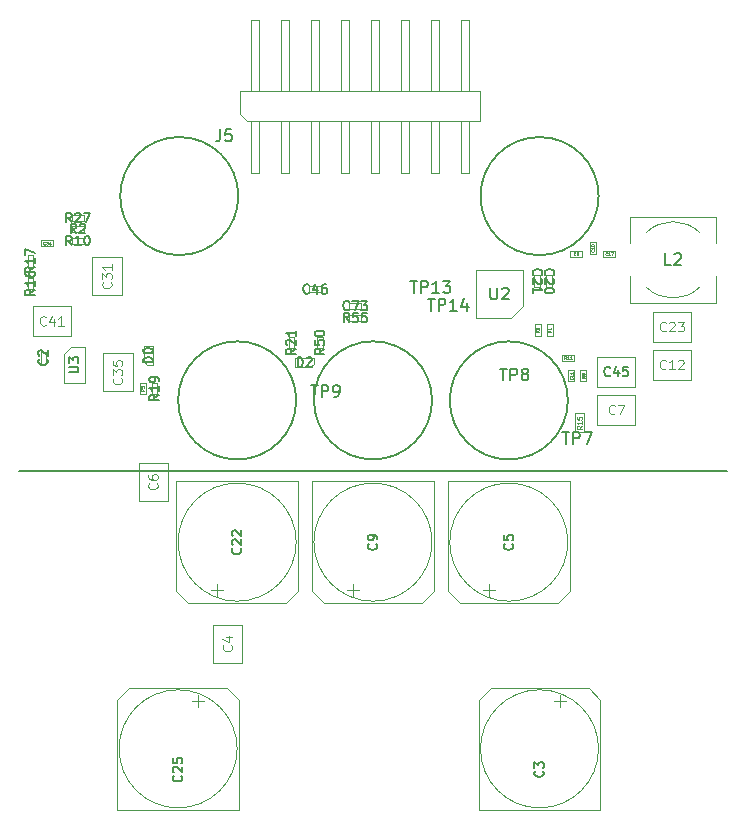
<source format=gbr>
G04 #@! TF.GenerationSoftware,KiCad,Pcbnew,5.99.0-unknown-dd374e12a~102~ubuntu20.04.1*
G04 #@! TF.CreationDate,2020-12-05T09:27:29-08:00*
G04 #@! TF.ProjectId,BLDC,424c4443-2e6b-4696-9361-645f70636258,rev?*
G04 #@! TF.SameCoordinates,Original*
G04 #@! TF.FileFunction,AssemblyDrawing,Top*
%FSLAX46Y46*%
G04 Gerber Fmt 4.6, Leading zero omitted, Abs format (unit mm)*
G04 Created by KiCad (PCBNEW 5.99.0-unknown-dd374e12a~102~ubuntu20.04.1) date 2020-12-05 09:27:29*
%MOMM*%
%LPD*%
G01*
G04 APERTURE LIST*
%ADD10C,0.200000*%
%ADD11C,0.150000*%
%ADD12C,0.040000*%
%ADD13C,0.120000*%
%ADD14C,0.060000*%
%ADD15C,0.100000*%
G04 APERTURE END LIST*
D10*
X167600000Y-81700000D02*
G75*
G03*
X167600000Y-81700000I-5000000J0D01*
G01*
X165000000Y-99000000D02*
G75*
G03*
X165000000Y-99000000I-5000000J0D01*
G01*
X153500000Y-99000000D02*
G75*
G03*
X153500000Y-99000000I-5000000J0D01*
G01*
X142000000Y-99000000D02*
G75*
G03*
X142000000Y-99000000I-5000000J0D01*
G01*
D11*
X118500000Y-105000000D02*
X178500000Y-105000000D01*
D10*
X137100000Y-81700000D02*
G75*
G03*
X137100000Y-81700000I-5000000J0D01*
G01*
D11*
X146485714Y-92361904D02*
X146219047Y-91980952D01*
X146028571Y-92361904D02*
X146028571Y-91561904D01*
X146333333Y-91561904D01*
X146409523Y-91600000D01*
X146447619Y-91638095D01*
X146485714Y-91714285D01*
X146485714Y-91828571D01*
X146447619Y-91904761D01*
X146409523Y-91942857D01*
X146333333Y-91980952D01*
X146028571Y-91980952D01*
X147209523Y-91561904D02*
X146828571Y-91561904D01*
X146790476Y-91942857D01*
X146828571Y-91904761D01*
X146904761Y-91866666D01*
X147095238Y-91866666D01*
X147171428Y-91904761D01*
X147209523Y-91942857D01*
X147247619Y-92019047D01*
X147247619Y-92209523D01*
X147209523Y-92285714D01*
X147171428Y-92323809D01*
X147095238Y-92361904D01*
X146904761Y-92361904D01*
X146828571Y-92323809D01*
X146790476Y-92285714D01*
X147971428Y-91561904D02*
X147590476Y-91561904D01*
X147552380Y-91942857D01*
X147590476Y-91904761D01*
X147666666Y-91866666D01*
X147857142Y-91866666D01*
X147933333Y-91904761D01*
X147971428Y-91942857D01*
X148009523Y-92019047D01*
X148009523Y-92209523D01*
X147971428Y-92285714D01*
X147933333Y-92323809D01*
X147857142Y-92361904D01*
X147666666Y-92361904D01*
X147590476Y-92323809D01*
X147552380Y-92285714D01*
X146485714Y-91306994D02*
X146447619Y-91345089D01*
X146333333Y-91383184D01*
X146257142Y-91383184D01*
X146142857Y-91345089D01*
X146066666Y-91268899D01*
X146028571Y-91192708D01*
X145990476Y-91040327D01*
X145990476Y-90926041D01*
X146028571Y-90773660D01*
X146066666Y-90697470D01*
X146142857Y-90621280D01*
X146257142Y-90583184D01*
X146333333Y-90583184D01*
X146447619Y-90621280D01*
X146485714Y-90659375D01*
X146752380Y-90583184D02*
X147285714Y-90583184D01*
X146942857Y-91383184D01*
X147514285Y-90583184D02*
X148009523Y-90583184D01*
X147742857Y-90887946D01*
X147857142Y-90887946D01*
X147933333Y-90926041D01*
X147971428Y-90964137D01*
X148009523Y-91040327D01*
X148009523Y-91230803D01*
X147971428Y-91306994D01*
X147933333Y-91345089D01*
X147857142Y-91383184D01*
X147628571Y-91383184D01*
X147552380Y-91345089D01*
X147514285Y-91306994D01*
X122761904Y-96609523D02*
X123409523Y-96609523D01*
X123485714Y-96571428D01*
X123523809Y-96533333D01*
X123561904Y-96457142D01*
X123561904Y-96304761D01*
X123523809Y-96228571D01*
X123485714Y-96190476D01*
X123409523Y-96152380D01*
X122761904Y-96152380D01*
X122761904Y-95847619D02*
X122761904Y-95352380D01*
X123066666Y-95619047D01*
X123066666Y-95504761D01*
X123104761Y-95428571D01*
X123142857Y-95390476D01*
X123219047Y-95352380D01*
X123409523Y-95352380D01*
X123485714Y-95390476D01*
X123523809Y-95428571D01*
X123561904Y-95504761D01*
X123561904Y-95733333D01*
X123523809Y-95809523D01*
X123485714Y-95847619D01*
X129861904Y-95790476D02*
X129061904Y-95790476D01*
X129061904Y-95600000D01*
X129100000Y-95485714D01*
X129176190Y-95409523D01*
X129252380Y-95371428D01*
X129404761Y-95333333D01*
X129519047Y-95333333D01*
X129671428Y-95371428D01*
X129747619Y-95409523D01*
X129823809Y-95485714D01*
X129861904Y-95600000D01*
X129861904Y-95790476D01*
X129061904Y-94838095D02*
X129061904Y-94761904D01*
X129100000Y-94685714D01*
X129138095Y-94647619D01*
X129214285Y-94609523D01*
X129366666Y-94571428D01*
X129557142Y-94571428D01*
X129709523Y-94609523D01*
X129785714Y-94647619D01*
X129823809Y-94685714D01*
X129861904Y-94761904D01*
X129861904Y-94838095D01*
X129823809Y-94914285D01*
X129785714Y-94952380D01*
X129709523Y-94990476D01*
X129557142Y-95028571D01*
X129366666Y-95028571D01*
X129214285Y-94990476D01*
X129138095Y-94952380D01*
X129100000Y-94914285D01*
X129061904Y-94838095D01*
X130361904Y-98514285D02*
X129980952Y-98780952D01*
X130361904Y-98971428D02*
X129561904Y-98971428D01*
X129561904Y-98666666D01*
X129600000Y-98590476D01*
X129638095Y-98552380D01*
X129714285Y-98514285D01*
X129828571Y-98514285D01*
X129904761Y-98552380D01*
X129942857Y-98590476D01*
X129980952Y-98666666D01*
X129980952Y-98971428D01*
X130361904Y-97752380D02*
X130361904Y-98209523D01*
X130361904Y-97980952D02*
X129561904Y-97980952D01*
X129676190Y-98057142D01*
X129752380Y-98133333D01*
X129790476Y-98209523D01*
X130361904Y-97371428D02*
X130361904Y-97219047D01*
X130323809Y-97142857D01*
X130285714Y-97104761D01*
X130171428Y-97028571D01*
X130019047Y-96990476D01*
X129714285Y-96990476D01*
X129638095Y-97028571D01*
X129600000Y-97066666D01*
X129561904Y-97142857D01*
X129561904Y-97295238D01*
X129600000Y-97371428D01*
X129638095Y-97409523D01*
X129714285Y-97447619D01*
X129904761Y-97447619D01*
X129980952Y-97409523D01*
X130019047Y-97371428D01*
X130057142Y-97295238D01*
X130057142Y-97142857D01*
X130019047Y-97066666D01*
X129980952Y-97028571D01*
X129904761Y-96990476D01*
X132285714Y-130764285D02*
X132323809Y-130802380D01*
X132361904Y-130916666D01*
X132361904Y-130992857D01*
X132323809Y-131107142D01*
X132247619Y-131183333D01*
X132171428Y-131221428D01*
X132019047Y-131259523D01*
X131904761Y-131259523D01*
X131752380Y-131221428D01*
X131676190Y-131183333D01*
X131600000Y-131107142D01*
X131561904Y-130992857D01*
X131561904Y-130916666D01*
X131600000Y-130802380D01*
X131638095Y-130764285D01*
X131638095Y-130459523D02*
X131600000Y-130421428D01*
X131561904Y-130345238D01*
X131561904Y-130154761D01*
X131600000Y-130078571D01*
X131638095Y-130040476D01*
X131714285Y-130002380D01*
X131790476Y-130002380D01*
X131904761Y-130040476D01*
X132361904Y-130497619D01*
X132361904Y-130002380D01*
X131561904Y-129278571D02*
X131561904Y-129659523D01*
X131942857Y-129697619D01*
X131904761Y-129659523D01*
X131866666Y-129583333D01*
X131866666Y-129392857D01*
X131904761Y-129316666D01*
X131942857Y-129278571D01*
X132019047Y-129240476D01*
X132209523Y-129240476D01*
X132285714Y-129278571D01*
X132323809Y-129316666D01*
X132361904Y-129392857D01*
X132361904Y-129583333D01*
X132323809Y-129659523D01*
X132285714Y-129697619D01*
X137285714Y-111514285D02*
X137323809Y-111552380D01*
X137361904Y-111666666D01*
X137361904Y-111742857D01*
X137323809Y-111857142D01*
X137247619Y-111933333D01*
X137171428Y-111971428D01*
X137019047Y-112009523D01*
X136904761Y-112009523D01*
X136752380Y-111971428D01*
X136676190Y-111933333D01*
X136600000Y-111857142D01*
X136561904Y-111742857D01*
X136561904Y-111666666D01*
X136600000Y-111552380D01*
X136638095Y-111514285D01*
X136638095Y-111209523D02*
X136600000Y-111171428D01*
X136561904Y-111095238D01*
X136561904Y-110904761D01*
X136600000Y-110828571D01*
X136638095Y-110790476D01*
X136714285Y-110752380D01*
X136790476Y-110752380D01*
X136904761Y-110790476D01*
X137361904Y-111247619D01*
X137361904Y-110752380D01*
X136638095Y-110447619D02*
X136600000Y-110409523D01*
X136561904Y-110333333D01*
X136561904Y-110142857D01*
X136600000Y-110066666D01*
X136638095Y-110028571D01*
X136714285Y-109990476D01*
X136790476Y-109990476D01*
X136904761Y-110028571D01*
X137361904Y-110485714D01*
X137361904Y-109990476D01*
X160285714Y-111133333D02*
X160323809Y-111171428D01*
X160361904Y-111285714D01*
X160361904Y-111361904D01*
X160323809Y-111476190D01*
X160247619Y-111552380D01*
X160171428Y-111590476D01*
X160019047Y-111628571D01*
X159904761Y-111628571D01*
X159752380Y-111590476D01*
X159676190Y-111552380D01*
X159600000Y-111476190D01*
X159561904Y-111361904D01*
X159561904Y-111285714D01*
X159600000Y-111171428D01*
X159638095Y-111133333D01*
X159561904Y-110409523D02*
X159561904Y-110790476D01*
X159942857Y-110828571D01*
X159904761Y-110790476D01*
X159866666Y-110714285D01*
X159866666Y-110523809D01*
X159904761Y-110447619D01*
X159942857Y-110409523D01*
X160019047Y-110371428D01*
X160209523Y-110371428D01*
X160285714Y-110409523D01*
X160323809Y-110447619D01*
X160361904Y-110523809D01*
X160361904Y-110714285D01*
X160323809Y-110790476D01*
X160285714Y-110828571D01*
X120885714Y-95533333D02*
X120923809Y-95571428D01*
X120961904Y-95685714D01*
X120961904Y-95761904D01*
X120923809Y-95876190D01*
X120847619Y-95952380D01*
X120771428Y-95990476D01*
X120619047Y-96028571D01*
X120504761Y-96028571D01*
X120352380Y-95990476D01*
X120276190Y-95952380D01*
X120200000Y-95876190D01*
X120161904Y-95761904D01*
X120161904Y-95685714D01*
X120200000Y-95571428D01*
X120238095Y-95533333D01*
X120238095Y-95228571D02*
X120200000Y-95190476D01*
X120161904Y-95114285D01*
X120161904Y-94923809D01*
X120200000Y-94847619D01*
X120238095Y-94809523D01*
X120314285Y-94771428D01*
X120390476Y-94771428D01*
X120504761Y-94809523D01*
X120961904Y-95266666D01*
X120961904Y-94771428D01*
X162885714Y-130383333D02*
X162923809Y-130421428D01*
X162961904Y-130535714D01*
X162961904Y-130611904D01*
X162923809Y-130726190D01*
X162847619Y-130802380D01*
X162771428Y-130840476D01*
X162619047Y-130878571D01*
X162504761Y-130878571D01*
X162352380Y-130840476D01*
X162276190Y-130802380D01*
X162200000Y-130726190D01*
X162161904Y-130611904D01*
X162161904Y-130535714D01*
X162200000Y-130421428D01*
X162238095Y-130383333D01*
X162161904Y-130116666D02*
X162161904Y-129621428D01*
X162466666Y-129888095D01*
X162466666Y-129773809D01*
X162504761Y-129697619D01*
X162542857Y-129659523D01*
X162619047Y-129621428D01*
X162809523Y-129621428D01*
X162885714Y-129659523D01*
X162923809Y-129697619D01*
X162961904Y-129773809D01*
X162961904Y-130002380D01*
X162923809Y-130078571D01*
X162885714Y-130116666D01*
X123366666Y-84861904D02*
X123100000Y-84480952D01*
X122909523Y-84861904D02*
X122909523Y-84061904D01*
X123214285Y-84061904D01*
X123290476Y-84100000D01*
X123328571Y-84138095D01*
X123366666Y-84214285D01*
X123366666Y-84328571D01*
X123328571Y-84404761D01*
X123290476Y-84442857D01*
X123214285Y-84480952D01*
X122909523Y-84480952D01*
X123671428Y-84138095D02*
X123709523Y-84100000D01*
X123785714Y-84061904D01*
X123976190Y-84061904D01*
X124052380Y-84100000D01*
X124090476Y-84138095D01*
X124128571Y-84214285D01*
X124128571Y-84290476D01*
X124090476Y-84404761D01*
X123633333Y-84861904D01*
X124128571Y-84861904D01*
X122985714Y-83901624D02*
X122719047Y-83520672D01*
X122528571Y-83901624D02*
X122528571Y-83101624D01*
X122833333Y-83101624D01*
X122909523Y-83139720D01*
X122947619Y-83177815D01*
X122985714Y-83254005D01*
X122985714Y-83368291D01*
X122947619Y-83444481D01*
X122909523Y-83482577D01*
X122833333Y-83520672D01*
X122528571Y-83520672D01*
X123290476Y-83177815D02*
X123328571Y-83139720D01*
X123404761Y-83101624D01*
X123595238Y-83101624D01*
X123671428Y-83139720D01*
X123709523Y-83177815D01*
X123747619Y-83254005D01*
X123747619Y-83330196D01*
X123709523Y-83444481D01*
X123252380Y-83901624D01*
X123747619Y-83901624D01*
X124014285Y-83101624D02*
X124547619Y-83101624D01*
X124204761Y-83901624D01*
X122985714Y-85861904D02*
X122719047Y-85480952D01*
X122528571Y-85861904D02*
X122528571Y-85061904D01*
X122833333Y-85061904D01*
X122909523Y-85100000D01*
X122947619Y-85138095D01*
X122985714Y-85214285D01*
X122985714Y-85328571D01*
X122947619Y-85404761D01*
X122909523Y-85442857D01*
X122833333Y-85480952D01*
X122528571Y-85480952D01*
X123747619Y-85861904D02*
X123290476Y-85861904D01*
X123519047Y-85861904D02*
X123519047Y-85061904D01*
X123442857Y-85176190D01*
X123366666Y-85252380D01*
X123290476Y-85290476D01*
X124242857Y-85061904D02*
X124319047Y-85061904D01*
X124395238Y-85100000D01*
X124433333Y-85138095D01*
X124471428Y-85214285D01*
X124509523Y-85366666D01*
X124509523Y-85557142D01*
X124471428Y-85709523D01*
X124433333Y-85785714D01*
X124395238Y-85823809D01*
X124319047Y-85861904D01*
X124242857Y-85861904D01*
X124166666Y-85823809D01*
X124128571Y-85785714D01*
X124090476Y-85709523D01*
X124052380Y-85557142D01*
X124052380Y-85366666D01*
X124090476Y-85214285D01*
X124128571Y-85138095D01*
X124166666Y-85100000D01*
X124242857Y-85061904D01*
X148785714Y-111133333D02*
X148823809Y-111171428D01*
X148861904Y-111285714D01*
X148861904Y-111361904D01*
X148823809Y-111476190D01*
X148747619Y-111552380D01*
X148671428Y-111590476D01*
X148519047Y-111628571D01*
X148404761Y-111628571D01*
X148252380Y-111590476D01*
X148176190Y-111552380D01*
X148100000Y-111476190D01*
X148061904Y-111361904D01*
X148061904Y-111285714D01*
X148100000Y-111171428D01*
X148138095Y-111133333D01*
X148861904Y-110752380D02*
X148861904Y-110600000D01*
X148823809Y-110523809D01*
X148785714Y-110485714D01*
X148671428Y-110409523D01*
X148519047Y-110371428D01*
X148214285Y-110371428D01*
X148138095Y-110409523D01*
X148100000Y-110447619D01*
X148061904Y-110523809D01*
X148061904Y-110676190D01*
X148100000Y-110752380D01*
X148138095Y-110790476D01*
X148214285Y-110828571D01*
X148404761Y-110828571D01*
X148480952Y-110790476D01*
X148519047Y-110752380D01*
X148557142Y-110676190D01*
X148557142Y-110523809D01*
X148519047Y-110447619D01*
X148480952Y-110409523D01*
X148404761Y-110371428D01*
X119861904Y-89614285D02*
X119480952Y-89880952D01*
X119861904Y-90071428D02*
X119061904Y-90071428D01*
X119061904Y-89766666D01*
X119100000Y-89690476D01*
X119138095Y-89652380D01*
X119214285Y-89614285D01*
X119328571Y-89614285D01*
X119404761Y-89652380D01*
X119442857Y-89690476D01*
X119480952Y-89766666D01*
X119480952Y-90071428D01*
X119861904Y-88852380D02*
X119861904Y-89309523D01*
X119861904Y-89080952D02*
X119061904Y-89080952D01*
X119176190Y-89157142D01*
X119252380Y-89233333D01*
X119290476Y-89309523D01*
X119061904Y-88166666D02*
X119061904Y-88319047D01*
X119100000Y-88395238D01*
X119138095Y-88433333D01*
X119252380Y-88509523D01*
X119404761Y-88547619D01*
X119709523Y-88547619D01*
X119785714Y-88509523D01*
X119823809Y-88471428D01*
X119861904Y-88395238D01*
X119861904Y-88242857D01*
X119823809Y-88166666D01*
X119785714Y-88128571D01*
X119709523Y-88090476D01*
X119519047Y-88090476D01*
X119442857Y-88128571D01*
X119404761Y-88166666D01*
X119366666Y-88242857D01*
X119366666Y-88395238D01*
X119404761Y-88471428D01*
X119442857Y-88509523D01*
X119519047Y-88547619D01*
D12*
X120739285Y-85789285D02*
X120727380Y-85801190D01*
X120691666Y-85813095D01*
X120667857Y-85813095D01*
X120632142Y-85801190D01*
X120608333Y-85777380D01*
X120596428Y-85753571D01*
X120584523Y-85705952D01*
X120584523Y-85670238D01*
X120596428Y-85622619D01*
X120608333Y-85598809D01*
X120632142Y-85575000D01*
X120667857Y-85563095D01*
X120691666Y-85563095D01*
X120727380Y-85575000D01*
X120739285Y-85586904D01*
X120822619Y-85563095D02*
X120977380Y-85563095D01*
X120894047Y-85658333D01*
X120929761Y-85658333D01*
X120953571Y-85670238D01*
X120965476Y-85682142D01*
X120977380Y-85705952D01*
X120977380Y-85765476D01*
X120965476Y-85789285D01*
X120953571Y-85801190D01*
X120929761Y-85813095D01*
X120858333Y-85813095D01*
X120834523Y-85801190D01*
X120822619Y-85789285D01*
X121191666Y-85646428D02*
X121191666Y-85813095D01*
X121132142Y-85551190D02*
X121072619Y-85729761D01*
X121227380Y-85729761D01*
D11*
X119861904Y-87714285D02*
X119480952Y-87980952D01*
X119861904Y-88171428D02*
X119061904Y-88171428D01*
X119061904Y-87866666D01*
X119100000Y-87790476D01*
X119138095Y-87752380D01*
X119214285Y-87714285D01*
X119328571Y-87714285D01*
X119404761Y-87752380D01*
X119442857Y-87790476D01*
X119480952Y-87866666D01*
X119480952Y-88171428D01*
X119861904Y-86952380D02*
X119861904Y-87409523D01*
X119861904Y-87180952D02*
X119061904Y-87180952D01*
X119176190Y-87257142D01*
X119252380Y-87333333D01*
X119290476Y-87409523D01*
X119061904Y-86685714D02*
X119061904Y-86152380D01*
X119861904Y-86495238D01*
D13*
X126285714Y-89014285D02*
X126323809Y-89052380D01*
X126361904Y-89166666D01*
X126361904Y-89242857D01*
X126323809Y-89357142D01*
X126247619Y-89433333D01*
X126171428Y-89471428D01*
X126019047Y-89509523D01*
X125904761Y-89509523D01*
X125752380Y-89471428D01*
X125676190Y-89433333D01*
X125600000Y-89357142D01*
X125561904Y-89242857D01*
X125561904Y-89166666D01*
X125600000Y-89052380D01*
X125638095Y-89014285D01*
X125561904Y-88747619D02*
X125561904Y-88252380D01*
X125866666Y-88519047D01*
X125866666Y-88404761D01*
X125904761Y-88328571D01*
X125942857Y-88290476D01*
X126019047Y-88252380D01*
X126209523Y-88252380D01*
X126285714Y-88290476D01*
X126323809Y-88328571D01*
X126361904Y-88404761D01*
X126361904Y-88633333D01*
X126323809Y-88709523D01*
X126285714Y-88747619D01*
X126361904Y-87490476D02*
X126361904Y-87947619D01*
X126361904Y-87719047D02*
X125561904Y-87719047D01*
X125676190Y-87795238D01*
X125752380Y-87871428D01*
X125790476Y-87947619D01*
X120785714Y-92585714D02*
X120747619Y-92623809D01*
X120633333Y-92661904D01*
X120557142Y-92661904D01*
X120442857Y-92623809D01*
X120366666Y-92547619D01*
X120328571Y-92471428D01*
X120290476Y-92319047D01*
X120290476Y-92204761D01*
X120328571Y-92052380D01*
X120366666Y-91976190D01*
X120442857Y-91900000D01*
X120557142Y-91861904D01*
X120633333Y-91861904D01*
X120747619Y-91900000D01*
X120785714Y-91938095D01*
X121471428Y-92128571D02*
X121471428Y-92661904D01*
X121280952Y-91823809D02*
X121090476Y-92395238D01*
X121585714Y-92395238D01*
X122309523Y-92661904D02*
X121852380Y-92661904D01*
X122080952Y-92661904D02*
X122080952Y-91861904D01*
X122004761Y-91976190D01*
X121928571Y-92052380D01*
X121852380Y-92090476D01*
X173285714Y-96285714D02*
X173247619Y-96323809D01*
X173133333Y-96361904D01*
X173057142Y-96361904D01*
X172942857Y-96323809D01*
X172866666Y-96247619D01*
X172828571Y-96171428D01*
X172790476Y-96019047D01*
X172790476Y-95904761D01*
X172828571Y-95752380D01*
X172866666Y-95676190D01*
X172942857Y-95600000D01*
X173057142Y-95561904D01*
X173133333Y-95561904D01*
X173247619Y-95600000D01*
X173285714Y-95638095D01*
X174047619Y-96361904D02*
X173590476Y-96361904D01*
X173819047Y-96361904D02*
X173819047Y-95561904D01*
X173742857Y-95676190D01*
X173666666Y-95752380D01*
X173590476Y-95790476D01*
X174352380Y-95638095D02*
X174390476Y-95600000D01*
X174466666Y-95561904D01*
X174657142Y-95561904D01*
X174733333Y-95600000D01*
X174771428Y-95638095D01*
X174809523Y-95714285D01*
X174809523Y-95790476D01*
X174771428Y-95904761D01*
X174314285Y-96361904D01*
X174809523Y-96361904D01*
D11*
X168585714Y-96885714D02*
X168547619Y-96923809D01*
X168433333Y-96961904D01*
X168357142Y-96961904D01*
X168242857Y-96923809D01*
X168166666Y-96847619D01*
X168128571Y-96771428D01*
X168090476Y-96619047D01*
X168090476Y-96504761D01*
X168128571Y-96352380D01*
X168166666Y-96276190D01*
X168242857Y-96200000D01*
X168357142Y-96161904D01*
X168433333Y-96161904D01*
X168547619Y-96200000D01*
X168585714Y-96238095D01*
X169271428Y-96428571D02*
X169271428Y-96961904D01*
X169080952Y-96123809D02*
X168890476Y-96695238D01*
X169385714Y-96695238D01*
X170071428Y-96161904D02*
X169690476Y-96161904D01*
X169652380Y-96542857D01*
X169690476Y-96504761D01*
X169766666Y-96466666D01*
X169957142Y-96466666D01*
X170033333Y-96504761D01*
X170071428Y-96542857D01*
X170109523Y-96619047D01*
X170109523Y-96809523D01*
X170071428Y-96885714D01*
X170033333Y-96923809D01*
X169957142Y-96961904D01*
X169766666Y-96961904D01*
X169690476Y-96923809D01*
X169652380Y-96885714D01*
X173733333Y-87552380D02*
X173257142Y-87552380D01*
X173257142Y-86552380D01*
X174019047Y-86647619D02*
X174066666Y-86600000D01*
X174161904Y-86552380D01*
X174400000Y-86552380D01*
X174495238Y-86600000D01*
X174542857Y-86647619D01*
X174590476Y-86742857D01*
X174590476Y-86838095D01*
X174542857Y-86980952D01*
X173971428Y-87552380D01*
X174590476Y-87552380D01*
D12*
X166413095Y-96941666D02*
X166294047Y-97025000D01*
X166413095Y-97084523D02*
X166163095Y-97084523D01*
X166163095Y-96989285D01*
X166175000Y-96965476D01*
X166186904Y-96953571D01*
X166210714Y-96941666D01*
X166246428Y-96941666D01*
X166270238Y-96953571D01*
X166282142Y-96965476D01*
X166294047Y-96989285D01*
X166294047Y-97084523D01*
X166270238Y-96798809D02*
X166258333Y-96822619D01*
X166246428Y-96834523D01*
X166222619Y-96846428D01*
X166210714Y-96846428D01*
X166186904Y-96834523D01*
X166175000Y-96822619D01*
X166163095Y-96798809D01*
X166163095Y-96751190D01*
X166175000Y-96727380D01*
X166186904Y-96715476D01*
X166210714Y-96703571D01*
X166222619Y-96703571D01*
X166246428Y-96715476D01*
X166258333Y-96727380D01*
X166270238Y-96751190D01*
X166270238Y-96798809D01*
X166282142Y-96822619D01*
X166294047Y-96834523D01*
X166317857Y-96846428D01*
X166365476Y-96846428D01*
X166389285Y-96834523D01*
X166401190Y-96822619D01*
X166413095Y-96798809D01*
X166413095Y-96751190D01*
X166401190Y-96727380D01*
X166389285Y-96715476D01*
X166365476Y-96703571D01*
X166317857Y-96703571D01*
X166294047Y-96715476D01*
X166282142Y-96727380D01*
X166270238Y-96751190D01*
D13*
X136485714Y-119733333D02*
X136523809Y-119771428D01*
X136561904Y-119885714D01*
X136561904Y-119961904D01*
X136523809Y-120076190D01*
X136447619Y-120152380D01*
X136371428Y-120190476D01*
X136219047Y-120228571D01*
X136104761Y-120228571D01*
X135952380Y-120190476D01*
X135876190Y-120152380D01*
X135800000Y-120076190D01*
X135761904Y-119961904D01*
X135761904Y-119885714D01*
X135800000Y-119771428D01*
X135838095Y-119733333D01*
X136028571Y-119047619D02*
X136561904Y-119047619D01*
X135723809Y-119238095D02*
X136295238Y-119428571D01*
X136295238Y-118933333D01*
D11*
X158438095Y-89452380D02*
X158438095Y-90261904D01*
X158485714Y-90357142D01*
X158533333Y-90404761D01*
X158628571Y-90452380D01*
X158819047Y-90452380D01*
X158914285Y-90404761D01*
X158961904Y-90357142D01*
X159009523Y-90261904D01*
X159009523Y-89452380D01*
X159438095Y-89547619D02*
X159485714Y-89500000D01*
X159580952Y-89452380D01*
X159819047Y-89452380D01*
X159914285Y-89500000D01*
X159961904Y-89547619D01*
X160009523Y-89642857D01*
X160009523Y-89738095D01*
X159961904Y-89880952D01*
X159390476Y-90452380D01*
X160009523Y-90452380D01*
X164538095Y-101702380D02*
X165109523Y-101702380D01*
X164823809Y-102702380D02*
X164823809Y-101702380D01*
X165442857Y-102702380D02*
X165442857Y-101702380D01*
X165823809Y-101702380D01*
X165919047Y-101750000D01*
X165966666Y-101797619D01*
X166014285Y-101892857D01*
X166014285Y-102035714D01*
X165966666Y-102130952D01*
X165919047Y-102178571D01*
X165823809Y-102226190D01*
X165442857Y-102226190D01*
X166347619Y-101702380D02*
X167014285Y-101702380D01*
X166585714Y-102702380D01*
X143238095Y-97702380D02*
X143809523Y-97702380D01*
X143523809Y-98702380D02*
X143523809Y-97702380D01*
X144142857Y-98702380D02*
X144142857Y-97702380D01*
X144523809Y-97702380D01*
X144619047Y-97750000D01*
X144666666Y-97797619D01*
X144714285Y-97892857D01*
X144714285Y-98035714D01*
X144666666Y-98130952D01*
X144619047Y-98178571D01*
X144523809Y-98226190D01*
X144142857Y-98226190D01*
X145190476Y-98702380D02*
X145380952Y-98702380D01*
X145476190Y-98654761D01*
X145523809Y-98607142D01*
X145619047Y-98464285D01*
X145666666Y-98273809D01*
X145666666Y-97892857D01*
X145619047Y-97797619D01*
X145571428Y-97750000D01*
X145476190Y-97702380D01*
X145285714Y-97702380D01*
X145190476Y-97750000D01*
X145142857Y-97797619D01*
X145095238Y-97892857D01*
X145095238Y-98130952D01*
X145142857Y-98226190D01*
X145190476Y-98273809D01*
X145285714Y-98321428D01*
X145476190Y-98321428D01*
X145571428Y-98273809D01*
X145619047Y-98226190D01*
X145666666Y-98130952D01*
X151661904Y-88902380D02*
X152233333Y-88902380D01*
X151947619Y-89902380D02*
X151947619Y-88902380D01*
X152566666Y-89902380D02*
X152566666Y-88902380D01*
X152947619Y-88902380D01*
X153042857Y-88950000D01*
X153090476Y-88997619D01*
X153138095Y-89092857D01*
X153138095Y-89235714D01*
X153090476Y-89330952D01*
X153042857Y-89378571D01*
X152947619Y-89426190D01*
X152566666Y-89426190D01*
X154090476Y-89902380D02*
X153519047Y-89902380D01*
X153804761Y-89902380D02*
X153804761Y-88902380D01*
X153709523Y-89045238D01*
X153614285Y-89140476D01*
X153519047Y-89188095D01*
X154423809Y-88902380D02*
X155042857Y-88902380D01*
X154709523Y-89283333D01*
X154852380Y-89283333D01*
X154947619Y-89330952D01*
X154995238Y-89378571D01*
X155042857Y-89473809D01*
X155042857Y-89711904D01*
X154995238Y-89807142D01*
X154947619Y-89854761D01*
X154852380Y-89902380D01*
X154566666Y-89902380D01*
X154471428Y-89854761D01*
X154423809Y-89807142D01*
X153161904Y-90402380D02*
X153733333Y-90402380D01*
X153447619Y-91402380D02*
X153447619Y-90402380D01*
X154066666Y-91402380D02*
X154066666Y-90402380D01*
X154447619Y-90402380D01*
X154542857Y-90450000D01*
X154590476Y-90497619D01*
X154638095Y-90592857D01*
X154638095Y-90735714D01*
X154590476Y-90830952D01*
X154542857Y-90878571D01*
X154447619Y-90926190D01*
X154066666Y-90926190D01*
X155590476Y-91402380D02*
X155019047Y-91402380D01*
X155304761Y-91402380D02*
X155304761Y-90402380D01*
X155209523Y-90545238D01*
X155114285Y-90640476D01*
X155019047Y-90688095D01*
X156447619Y-90735714D02*
X156447619Y-91402380D01*
X156209523Y-90354761D02*
X155971428Y-91069047D01*
X156590476Y-91069047D01*
X159238095Y-96302380D02*
X159809523Y-96302380D01*
X159523809Y-97302380D02*
X159523809Y-96302380D01*
X160142857Y-97302380D02*
X160142857Y-96302380D01*
X160523809Y-96302380D01*
X160619047Y-96350000D01*
X160666666Y-96397619D01*
X160714285Y-96492857D01*
X160714285Y-96635714D01*
X160666666Y-96730952D01*
X160619047Y-96778571D01*
X160523809Y-96826190D01*
X160142857Y-96826190D01*
X161285714Y-96730952D02*
X161190476Y-96683333D01*
X161142857Y-96635714D01*
X161095238Y-96540476D01*
X161095238Y-96492857D01*
X161142857Y-96397619D01*
X161190476Y-96350000D01*
X161285714Y-96302380D01*
X161476190Y-96302380D01*
X161571428Y-96350000D01*
X161619047Y-96397619D01*
X161666666Y-96492857D01*
X161666666Y-96540476D01*
X161619047Y-96635714D01*
X161571428Y-96683333D01*
X161476190Y-96730952D01*
X161285714Y-96730952D01*
X161190476Y-96778571D01*
X161142857Y-96826190D01*
X161095238Y-96921428D01*
X161095238Y-97111904D01*
X161142857Y-97207142D01*
X161190476Y-97254761D01*
X161285714Y-97302380D01*
X161476190Y-97302380D01*
X161571428Y-97254761D01*
X161619047Y-97207142D01*
X161666666Y-97111904D01*
X161666666Y-96921428D01*
X161619047Y-96826190D01*
X161571428Y-96778571D01*
X161476190Y-96730952D01*
X143085714Y-89885714D02*
X143047619Y-89923809D01*
X142933333Y-89961904D01*
X142857142Y-89961904D01*
X142742857Y-89923809D01*
X142666666Y-89847619D01*
X142628571Y-89771428D01*
X142590476Y-89619047D01*
X142590476Y-89504761D01*
X142628571Y-89352380D01*
X142666666Y-89276190D01*
X142742857Y-89200000D01*
X142857142Y-89161904D01*
X142933333Y-89161904D01*
X143047619Y-89200000D01*
X143085714Y-89238095D01*
X143771428Y-89428571D02*
X143771428Y-89961904D01*
X143580952Y-89123809D02*
X143390476Y-89695238D01*
X143885714Y-89695238D01*
X144533333Y-89161904D02*
X144380952Y-89161904D01*
X144304761Y-89200000D01*
X144266666Y-89238095D01*
X144190476Y-89352380D01*
X144152380Y-89504761D01*
X144152380Y-89809523D01*
X144190476Y-89885714D01*
X144228571Y-89923809D01*
X144304761Y-89961904D01*
X144457142Y-89961904D01*
X144533333Y-89923809D01*
X144571428Y-89885714D01*
X144609523Y-89809523D01*
X144609523Y-89619047D01*
X144571428Y-89542857D01*
X144533333Y-89504761D01*
X144457142Y-89466666D01*
X144304761Y-89466666D01*
X144228571Y-89504761D01*
X144190476Y-89542857D01*
X144152380Y-89619047D01*
X144361904Y-94614285D02*
X143980952Y-94880952D01*
X144361904Y-95071428D02*
X143561904Y-95071428D01*
X143561904Y-94766666D01*
X143600000Y-94690476D01*
X143638095Y-94652380D01*
X143714285Y-94614285D01*
X143828571Y-94614285D01*
X143904761Y-94652380D01*
X143942857Y-94690476D01*
X143980952Y-94766666D01*
X143980952Y-95071428D01*
X143561904Y-93890476D02*
X143561904Y-94271428D01*
X143942857Y-94309523D01*
X143904761Y-94271428D01*
X143866666Y-94195238D01*
X143866666Y-94004761D01*
X143904761Y-93928571D01*
X143942857Y-93890476D01*
X144019047Y-93852380D01*
X144209523Y-93852380D01*
X144285714Y-93890476D01*
X144323809Y-93928571D01*
X144361904Y-94004761D01*
X144361904Y-94195238D01*
X144323809Y-94271428D01*
X144285714Y-94309523D01*
X143561904Y-93357142D02*
X143561904Y-93280952D01*
X143600000Y-93204761D01*
X143638095Y-93166666D01*
X143714285Y-93128571D01*
X143866666Y-93090476D01*
X144057142Y-93090476D01*
X144209523Y-93128571D01*
X144285714Y-93166666D01*
X144323809Y-93204761D01*
X144361904Y-93280952D01*
X144361904Y-93357142D01*
X144323809Y-93433333D01*
X144285714Y-93471428D01*
X144209523Y-93509523D01*
X144057142Y-93547619D01*
X143866666Y-93547619D01*
X143714285Y-93509523D01*
X143638095Y-93471428D01*
X143600000Y-93433333D01*
X143561904Y-93357142D01*
X135566666Y-76052380D02*
X135566666Y-76766666D01*
X135519047Y-76909523D01*
X135423809Y-77004761D01*
X135280952Y-77052380D01*
X135185714Y-77052380D01*
X136519047Y-76052380D02*
X136042857Y-76052380D01*
X135995238Y-76528571D01*
X136042857Y-76480952D01*
X136138095Y-76433333D01*
X136376190Y-76433333D01*
X136471428Y-76480952D01*
X136519047Y-76528571D01*
X136566666Y-76623809D01*
X136566666Y-76861904D01*
X136519047Y-76957142D01*
X136471428Y-77004761D01*
X136376190Y-77052380D01*
X136138095Y-77052380D01*
X136042857Y-77004761D01*
X135995238Y-76957142D01*
X141961904Y-94614285D02*
X141580952Y-94880952D01*
X141961904Y-95071428D02*
X141161904Y-95071428D01*
X141161904Y-94766666D01*
X141200000Y-94690476D01*
X141238095Y-94652380D01*
X141314285Y-94614285D01*
X141428571Y-94614285D01*
X141504761Y-94652380D01*
X141542857Y-94690476D01*
X141580952Y-94766666D01*
X141580952Y-95071428D01*
X141238095Y-94309523D02*
X141200000Y-94271428D01*
X141161904Y-94195238D01*
X141161904Y-94004761D01*
X141200000Y-93928571D01*
X141238095Y-93890476D01*
X141314285Y-93852380D01*
X141390476Y-93852380D01*
X141504761Y-93890476D01*
X141961904Y-94347619D01*
X141961904Y-93852380D01*
X141961904Y-93090476D02*
X141961904Y-93547619D01*
X141961904Y-93319047D02*
X141161904Y-93319047D01*
X141276190Y-93395238D01*
X141352380Y-93471428D01*
X141390476Y-93547619D01*
X142109523Y-96161904D02*
X142109523Y-95361904D01*
X142300000Y-95361904D01*
X142414285Y-95400000D01*
X142490476Y-95476190D01*
X142528571Y-95552380D01*
X142566666Y-95704761D01*
X142566666Y-95819047D01*
X142528571Y-95971428D01*
X142490476Y-96047619D01*
X142414285Y-96123809D01*
X142300000Y-96161904D01*
X142109523Y-96161904D01*
X142871428Y-95438095D02*
X142909523Y-95400000D01*
X142985714Y-95361904D01*
X143176190Y-95361904D01*
X143252380Y-95400000D01*
X143290476Y-95438095D01*
X143328571Y-95514285D01*
X143328571Y-95590476D01*
X143290476Y-95704761D01*
X142833333Y-96161904D01*
X143328571Y-96161904D01*
D12*
X129113095Y-98041666D02*
X128994047Y-98125000D01*
X129113095Y-98184523D02*
X128863095Y-98184523D01*
X128863095Y-98089285D01*
X128875000Y-98065476D01*
X128886904Y-98053571D01*
X128910714Y-98041666D01*
X128946428Y-98041666D01*
X128970238Y-98053571D01*
X128982142Y-98065476D01*
X128994047Y-98089285D01*
X128994047Y-98184523D01*
X128863095Y-97815476D02*
X128863095Y-97934523D01*
X128982142Y-97946428D01*
X128970238Y-97934523D01*
X128958333Y-97910714D01*
X128958333Y-97851190D01*
X128970238Y-97827380D01*
X128982142Y-97815476D01*
X129005952Y-97803571D01*
X129065476Y-97803571D01*
X129089285Y-97815476D01*
X129101190Y-97827380D01*
X129113095Y-97851190D01*
X129113095Y-97910714D01*
X129101190Y-97934523D01*
X129089285Y-97946428D01*
D13*
X130185714Y-106033333D02*
X130223809Y-106071428D01*
X130261904Y-106185714D01*
X130261904Y-106261904D01*
X130223809Y-106376190D01*
X130147619Y-106452380D01*
X130071428Y-106490476D01*
X129919047Y-106528571D01*
X129804761Y-106528571D01*
X129652380Y-106490476D01*
X129576190Y-106452380D01*
X129500000Y-106376190D01*
X129461904Y-106261904D01*
X129461904Y-106185714D01*
X129500000Y-106071428D01*
X129538095Y-106033333D01*
X129461904Y-105347619D02*
X129461904Y-105500000D01*
X129500000Y-105576190D01*
X129538095Y-105614285D01*
X129652380Y-105690476D01*
X129804761Y-105728571D01*
X130109523Y-105728571D01*
X130185714Y-105690476D01*
X130223809Y-105652380D01*
X130261904Y-105576190D01*
X130261904Y-105423809D01*
X130223809Y-105347619D01*
X130185714Y-105309523D01*
X130109523Y-105271428D01*
X129919047Y-105271428D01*
X129842857Y-105309523D01*
X129804761Y-105347619D01*
X129766666Y-105423809D01*
X129766666Y-105576190D01*
X129804761Y-105652380D01*
X129842857Y-105690476D01*
X129919047Y-105728571D01*
X168966666Y-100085714D02*
X168928571Y-100123809D01*
X168814285Y-100161904D01*
X168738095Y-100161904D01*
X168623809Y-100123809D01*
X168547619Y-100047619D01*
X168509523Y-99971428D01*
X168471428Y-99819047D01*
X168471428Y-99704761D01*
X168509523Y-99552380D01*
X168547619Y-99476190D01*
X168623809Y-99400000D01*
X168738095Y-99361904D01*
X168814285Y-99361904D01*
X168928571Y-99400000D01*
X168966666Y-99438095D01*
X169233333Y-99361904D02*
X169766666Y-99361904D01*
X169423809Y-100161904D01*
X173285714Y-93085714D02*
X173247619Y-93123809D01*
X173133333Y-93161904D01*
X173057142Y-93161904D01*
X172942857Y-93123809D01*
X172866666Y-93047619D01*
X172828571Y-92971428D01*
X172790476Y-92819047D01*
X172790476Y-92704761D01*
X172828571Y-92552380D01*
X172866666Y-92476190D01*
X172942857Y-92400000D01*
X173057142Y-92361904D01*
X173133333Y-92361904D01*
X173247619Y-92400000D01*
X173285714Y-92438095D01*
X173590476Y-92438095D02*
X173628571Y-92400000D01*
X173704761Y-92361904D01*
X173895238Y-92361904D01*
X173971428Y-92400000D01*
X174009523Y-92438095D01*
X174047619Y-92514285D01*
X174047619Y-92590476D01*
X174009523Y-92704761D01*
X173552380Y-93161904D01*
X174047619Y-93161904D01*
X174314285Y-92361904D02*
X174809523Y-92361904D01*
X174542857Y-92666666D01*
X174657142Y-92666666D01*
X174733333Y-92704761D01*
X174771428Y-92742857D01*
X174809523Y-92819047D01*
X174809523Y-93009523D01*
X174771428Y-93085714D01*
X174733333Y-93123809D01*
X174657142Y-93161904D01*
X174428571Y-93161904D01*
X174352380Y-93123809D01*
X174314285Y-93085714D01*
D12*
X168339285Y-86689285D02*
X168327380Y-86701190D01*
X168291666Y-86713095D01*
X168267857Y-86713095D01*
X168232142Y-86701190D01*
X168208333Y-86677380D01*
X168196428Y-86653571D01*
X168184523Y-86605952D01*
X168184523Y-86570238D01*
X168196428Y-86522619D01*
X168208333Y-86498809D01*
X168232142Y-86475000D01*
X168267857Y-86463095D01*
X168291666Y-86463095D01*
X168327380Y-86475000D01*
X168339285Y-86486904D01*
X168577380Y-86713095D02*
X168434523Y-86713095D01*
X168505952Y-86713095D02*
X168505952Y-86463095D01*
X168482142Y-86498809D01*
X168458333Y-86522619D01*
X168434523Y-86534523D01*
X168660714Y-86463095D02*
X168827380Y-86463095D01*
X168720238Y-86713095D01*
X164839285Y-95513095D02*
X164755952Y-95394047D01*
X164696428Y-95513095D02*
X164696428Y-95263095D01*
X164791666Y-95263095D01*
X164815476Y-95275000D01*
X164827380Y-95286904D01*
X164839285Y-95310714D01*
X164839285Y-95346428D01*
X164827380Y-95370238D01*
X164815476Y-95382142D01*
X164791666Y-95394047D01*
X164696428Y-95394047D01*
X165077380Y-95513095D02*
X164934523Y-95513095D01*
X165005952Y-95513095D02*
X165005952Y-95263095D01*
X164982142Y-95298809D01*
X164958333Y-95322619D01*
X164934523Y-95334523D01*
X165315476Y-95513095D02*
X165172619Y-95513095D01*
X165244047Y-95513095D02*
X165244047Y-95263095D01*
X165220238Y-95298809D01*
X165196428Y-95322619D01*
X165172619Y-95334523D01*
X165643333Y-86689285D02*
X165631428Y-86701190D01*
X165595714Y-86713095D01*
X165571904Y-86713095D01*
X165536190Y-86701190D01*
X165512380Y-86677380D01*
X165500476Y-86653571D01*
X165488571Y-86605952D01*
X165488571Y-86570238D01*
X165500476Y-86522619D01*
X165512380Y-86498809D01*
X165536190Y-86475000D01*
X165571904Y-86463095D01*
X165595714Y-86463095D01*
X165631428Y-86475000D01*
X165643333Y-86486904D01*
X165786190Y-86570238D02*
X165762380Y-86558333D01*
X165750476Y-86546428D01*
X165738571Y-86522619D01*
X165738571Y-86510714D01*
X165750476Y-86486904D01*
X165762380Y-86475000D01*
X165786190Y-86463095D01*
X165833809Y-86463095D01*
X165857619Y-86475000D01*
X165869523Y-86486904D01*
X165881428Y-86510714D01*
X165881428Y-86522619D01*
X165869523Y-86546428D01*
X165857619Y-86558333D01*
X165833809Y-86570238D01*
X165786190Y-86570238D01*
X165762380Y-86582142D01*
X165750476Y-86594047D01*
X165738571Y-86617857D01*
X165738571Y-86665476D01*
X165750476Y-86689285D01*
X165762380Y-86701190D01*
X165786190Y-86713095D01*
X165833809Y-86713095D01*
X165857619Y-86701190D01*
X165869523Y-86689285D01*
X165881428Y-86665476D01*
X165881428Y-86617857D01*
X165869523Y-86594047D01*
X165857619Y-86582142D01*
X165833809Y-86570238D01*
X167189285Y-86260714D02*
X167201190Y-86272619D01*
X167213095Y-86308333D01*
X167213095Y-86332142D01*
X167201190Y-86367857D01*
X167177380Y-86391666D01*
X167153571Y-86403571D01*
X167105952Y-86415476D01*
X167070238Y-86415476D01*
X167022619Y-86403571D01*
X166998809Y-86391666D01*
X166975000Y-86367857D01*
X166963095Y-86332142D01*
X166963095Y-86308333D01*
X166975000Y-86272619D01*
X166986904Y-86260714D01*
X167213095Y-86022619D02*
X167213095Y-86165476D01*
X167213095Y-86094047D02*
X166963095Y-86094047D01*
X166998809Y-86117857D01*
X167022619Y-86141666D01*
X167034523Y-86165476D01*
X166963095Y-85867857D02*
X166963095Y-85844047D01*
X166975000Y-85820238D01*
X166986904Y-85808333D01*
X167010714Y-85796428D01*
X167058333Y-85784523D01*
X167117857Y-85784523D01*
X167165476Y-85796428D01*
X167189285Y-85808333D01*
X167201190Y-85820238D01*
X167213095Y-85844047D01*
X167213095Y-85867857D01*
X167201190Y-85891666D01*
X167189285Y-85903571D01*
X167165476Y-85915476D01*
X167117857Y-85927380D01*
X167058333Y-85927380D01*
X167010714Y-85915476D01*
X166986904Y-85903571D01*
X166975000Y-85891666D01*
X166963095Y-85867857D01*
X165389285Y-97060714D02*
X165401190Y-97072619D01*
X165413095Y-97108333D01*
X165413095Y-97132142D01*
X165401190Y-97167857D01*
X165377380Y-97191666D01*
X165353571Y-97203571D01*
X165305952Y-97215476D01*
X165270238Y-97215476D01*
X165222619Y-97203571D01*
X165198809Y-97191666D01*
X165175000Y-97167857D01*
X165163095Y-97132142D01*
X165163095Y-97108333D01*
X165175000Y-97072619D01*
X165186904Y-97060714D01*
X165413095Y-96822619D02*
X165413095Y-96965476D01*
X165413095Y-96894047D02*
X165163095Y-96894047D01*
X165198809Y-96917857D01*
X165222619Y-96941666D01*
X165234523Y-96965476D01*
X165413095Y-96584523D02*
X165413095Y-96727380D01*
X165413095Y-96655952D02*
X165163095Y-96655952D01*
X165198809Y-96679761D01*
X165222619Y-96703571D01*
X165234523Y-96727380D01*
D14*
X166180952Y-101157142D02*
X165990476Y-101290476D01*
X166180952Y-101385714D02*
X165780952Y-101385714D01*
X165780952Y-101233333D01*
X165800000Y-101195238D01*
X165819047Y-101176190D01*
X165857142Y-101157142D01*
X165914285Y-101157142D01*
X165952380Y-101176190D01*
X165971428Y-101195238D01*
X165990476Y-101233333D01*
X165990476Y-101385714D01*
X166180952Y-100776190D02*
X166180952Y-101004761D01*
X166180952Y-100890476D02*
X165780952Y-100890476D01*
X165838095Y-100928571D01*
X165876190Y-100966666D01*
X165895238Y-101004761D01*
X165780952Y-100414285D02*
X165780952Y-100604761D01*
X165971428Y-100623809D01*
X165952380Y-100604761D01*
X165933333Y-100566666D01*
X165933333Y-100471428D01*
X165952380Y-100433333D01*
X165971428Y-100414285D01*
X166009523Y-100395238D01*
X166104761Y-100395238D01*
X166142857Y-100414285D01*
X166161904Y-100433333D01*
X166180952Y-100471428D01*
X166180952Y-100566666D01*
X166161904Y-100604761D01*
X166142857Y-100623809D01*
D13*
X127185714Y-97114285D02*
X127223809Y-97152380D01*
X127261904Y-97266666D01*
X127261904Y-97342857D01*
X127223809Y-97457142D01*
X127147619Y-97533333D01*
X127071428Y-97571428D01*
X126919047Y-97609523D01*
X126804761Y-97609523D01*
X126652380Y-97571428D01*
X126576190Y-97533333D01*
X126500000Y-97457142D01*
X126461904Y-97342857D01*
X126461904Y-97266666D01*
X126500000Y-97152380D01*
X126538095Y-97114285D01*
X126461904Y-96847619D02*
X126461904Y-96352380D01*
X126766666Y-96619047D01*
X126766666Y-96504761D01*
X126804761Y-96428571D01*
X126842857Y-96390476D01*
X126919047Y-96352380D01*
X127109523Y-96352380D01*
X127185714Y-96390476D01*
X127223809Y-96428571D01*
X127261904Y-96504761D01*
X127261904Y-96733333D01*
X127223809Y-96809523D01*
X127185714Y-96847619D01*
X126461904Y-95628571D02*
X126461904Y-96009523D01*
X126842857Y-96047619D01*
X126804761Y-96009523D01*
X126766666Y-95933333D01*
X126766666Y-95742857D01*
X126804761Y-95666666D01*
X126842857Y-95628571D01*
X126919047Y-95590476D01*
X127109523Y-95590476D01*
X127185714Y-95628571D01*
X127223809Y-95666666D01*
X127261904Y-95742857D01*
X127261904Y-95933333D01*
X127223809Y-96009523D01*
X127185714Y-96047619D01*
D11*
X162114285Y-88385714D02*
X162076190Y-88347619D01*
X162038095Y-88233333D01*
X162038095Y-88157142D01*
X162076190Y-88042857D01*
X162152380Y-87966666D01*
X162228571Y-87928571D01*
X162380952Y-87890476D01*
X162495238Y-87890476D01*
X162647619Y-87928571D01*
X162723809Y-87966666D01*
X162800000Y-88042857D01*
X162838095Y-88157142D01*
X162838095Y-88233333D01*
X162800000Y-88347619D01*
X162761904Y-88385714D01*
X162761904Y-88690476D02*
X162800000Y-88728571D01*
X162838095Y-88804761D01*
X162838095Y-88995238D01*
X162800000Y-89071428D01*
X162761904Y-89109523D01*
X162685714Y-89147619D01*
X162609523Y-89147619D01*
X162495238Y-89109523D01*
X162038095Y-88652380D01*
X162038095Y-89147619D01*
X162038095Y-89909523D02*
X162038095Y-89452380D01*
X162038095Y-89680952D02*
X162838095Y-89680952D01*
X162723809Y-89604761D01*
X162647619Y-89528571D01*
X162609523Y-89452380D01*
X163114285Y-88385714D02*
X163076190Y-88347619D01*
X163038095Y-88233333D01*
X163038095Y-88157142D01*
X163076190Y-88042857D01*
X163152380Y-87966666D01*
X163228571Y-87928571D01*
X163380952Y-87890476D01*
X163495238Y-87890476D01*
X163647619Y-87928571D01*
X163723809Y-87966666D01*
X163800000Y-88042857D01*
X163838095Y-88157142D01*
X163838095Y-88233333D01*
X163800000Y-88347619D01*
X163761904Y-88385714D01*
X163761904Y-88690476D02*
X163800000Y-88728571D01*
X163838095Y-88804761D01*
X163838095Y-88995238D01*
X163800000Y-89071428D01*
X163761904Y-89109523D01*
X163685714Y-89147619D01*
X163609523Y-89147619D01*
X163495238Y-89109523D01*
X163038095Y-88652380D01*
X163038095Y-89147619D01*
X163838095Y-89642857D02*
X163838095Y-89719047D01*
X163800000Y-89795238D01*
X163761904Y-89833333D01*
X163685714Y-89871428D01*
X163533333Y-89909523D01*
X163342857Y-89909523D01*
X163190476Y-89871428D01*
X163114285Y-89833333D01*
X163076190Y-89795238D01*
X163038095Y-89719047D01*
X163038095Y-89642857D01*
X163076190Y-89566666D01*
X163114285Y-89528571D01*
X163190476Y-89490476D01*
X163342857Y-89452380D01*
X163533333Y-89452380D01*
X163685714Y-89490476D01*
X163761904Y-89528571D01*
X163800000Y-89566666D01*
X163838095Y-89642857D01*
D12*
X162593095Y-93091666D02*
X162474047Y-93175000D01*
X162593095Y-93234523D02*
X162343095Y-93234523D01*
X162343095Y-93139285D01*
X162355000Y-93115476D01*
X162366904Y-93103571D01*
X162390714Y-93091666D01*
X162426428Y-93091666D01*
X162450238Y-93103571D01*
X162462142Y-93115476D01*
X162474047Y-93139285D01*
X162474047Y-93234523D01*
X162343095Y-93008333D02*
X162343095Y-92853571D01*
X162438333Y-92936904D01*
X162438333Y-92901190D01*
X162450238Y-92877380D01*
X162462142Y-92865476D01*
X162485952Y-92853571D01*
X162545476Y-92853571D01*
X162569285Y-92865476D01*
X162581190Y-92877380D01*
X162593095Y-92901190D01*
X162593095Y-92972619D01*
X162581190Y-92996428D01*
X162569285Y-93008333D01*
X163603095Y-93091666D02*
X163484047Y-93175000D01*
X163603095Y-93234523D02*
X163353095Y-93234523D01*
X163353095Y-93139285D01*
X163365000Y-93115476D01*
X163376904Y-93103571D01*
X163400714Y-93091666D01*
X163436428Y-93091666D01*
X163460238Y-93103571D01*
X163472142Y-93115476D01*
X163484047Y-93139285D01*
X163484047Y-93234523D01*
X163603095Y-92853571D02*
X163603095Y-92996428D01*
X163603095Y-92925000D02*
X163353095Y-92925000D01*
X163388809Y-92948809D01*
X163412619Y-92972619D01*
X163424523Y-92996428D01*
D15*
X147500000Y-91750000D02*
X147500000Y-92250000D01*
X147500000Y-92250000D02*
X146500000Y-92250000D01*
X146500000Y-92250000D02*
X146500000Y-91750000D01*
X146500000Y-91750000D02*
X147500000Y-91750000D01*
X147500000Y-91271280D02*
X146500000Y-91271280D01*
X147500000Y-90771280D02*
X147500000Y-91271280D01*
X146500000Y-90771280D02*
X147500000Y-90771280D01*
X146500000Y-91271280D02*
X146500000Y-90771280D01*
X122300000Y-95100000D02*
X122300000Y-97550000D01*
X124100000Y-94450000D02*
X124100000Y-97550000D01*
X124100000Y-94450000D02*
X122950000Y-94450000D01*
X122300000Y-95100000D02*
X122950000Y-94450000D01*
X124100000Y-97550000D02*
X122300000Y-97550000D01*
X129900000Y-94400000D02*
X129100000Y-94400000D01*
X129100000Y-95700000D02*
X129400000Y-96000000D01*
X129100000Y-94400000D02*
X129100000Y-95700000D01*
X129400000Y-96000000D02*
X129900000Y-96000000D01*
X129900000Y-96000000D02*
X129900000Y-94400000D01*
X130250000Y-97500000D02*
X130250000Y-98500000D01*
X129750000Y-97500000D02*
X130250000Y-97500000D01*
X129750000Y-98500000D02*
X129750000Y-97500000D01*
X130250000Y-98500000D02*
X129750000Y-98500000D01*
X126850000Y-124350000D02*
X126850000Y-133650000D01*
X137150000Y-133650000D02*
X126850000Y-133650000D01*
X136150000Y-123350000D02*
X137150000Y-124350000D01*
X134200000Y-124441675D02*
X133200000Y-124441675D01*
X127850000Y-123350000D02*
X126850000Y-124350000D01*
X137150000Y-124350000D02*
X137150000Y-133650000D01*
X136150000Y-123350000D02*
X127850000Y-123350000D01*
X133700000Y-123941675D02*
X133700000Y-124941675D01*
X137000000Y-128500000D02*
G75*
G03*
X137000000Y-128500000I-5000000J0D01*
G01*
X134800000Y-115058325D02*
X135800000Y-115058325D01*
X132850000Y-116150000D02*
X141150000Y-116150000D01*
X132850000Y-116150000D02*
X131850000Y-115150000D01*
X135300000Y-115558325D02*
X135300000Y-114558325D01*
X142150000Y-115150000D02*
X142150000Y-105850000D01*
X131850000Y-115150000D02*
X131850000Y-105850000D01*
X141150000Y-116150000D02*
X142150000Y-115150000D01*
X131850000Y-105850000D02*
X142150000Y-105850000D01*
X142000000Y-111000000D02*
G75*
G03*
X142000000Y-111000000I-5000000J0D01*
G01*
X165150000Y-115150000D02*
X165150000Y-105850000D01*
X154850000Y-105850000D02*
X165150000Y-105850000D01*
X157800000Y-115058325D02*
X158800000Y-115058325D01*
X155850000Y-116150000D02*
X164150000Y-116150000D01*
X154850000Y-115150000D02*
X154850000Y-105850000D01*
X155850000Y-116150000D02*
X154850000Y-115150000D01*
X158300000Y-115558325D02*
X158300000Y-114558325D01*
X164150000Y-116150000D02*
X165150000Y-115150000D01*
X165000000Y-111000000D02*
G75*
G03*
X165000000Y-111000000I-5000000J0D01*
G01*
X120350000Y-94900000D02*
X120850000Y-94900000D01*
X120850000Y-95900000D02*
X120350000Y-95900000D01*
X120350000Y-95900000D02*
X120350000Y-94900000D01*
X120850000Y-94900000D02*
X120850000Y-95900000D01*
X167750000Y-124350000D02*
X167750000Y-133650000D01*
X167750000Y-133650000D02*
X157450000Y-133650000D01*
X158450000Y-123350000D02*
X157450000Y-124350000D01*
X157450000Y-124350000D02*
X157450000Y-133650000D01*
X164800000Y-124441675D02*
X163800000Y-124441675D01*
X166750000Y-123350000D02*
X167750000Y-124350000D01*
X166750000Y-123350000D02*
X158450000Y-123350000D01*
X164300000Y-123941675D02*
X164300000Y-124941675D01*
X167600000Y-128500000D02*
G75*
G03*
X167600000Y-128500000I-5000000J0D01*
G01*
X124000000Y-84750000D02*
X123000000Y-84750000D01*
X124000000Y-84250000D02*
X124000000Y-84750000D01*
X123000000Y-84750000D02*
X123000000Y-84250000D01*
X123000000Y-84250000D02*
X124000000Y-84250000D01*
X124000000Y-83789720D02*
X123000000Y-83789720D01*
X124000000Y-83289720D02*
X124000000Y-83789720D01*
X123000000Y-83289720D02*
X124000000Y-83289720D01*
X123000000Y-83789720D02*
X123000000Y-83289720D01*
X123000000Y-85250000D02*
X124000000Y-85250000D01*
X124000000Y-85250000D02*
X124000000Y-85750000D01*
X123000000Y-85750000D02*
X123000000Y-85250000D01*
X124000000Y-85750000D02*
X123000000Y-85750000D01*
X152650000Y-116150000D02*
X153650000Y-115150000D01*
X143350000Y-105850000D02*
X153650000Y-105850000D01*
X144350000Y-116150000D02*
X143350000Y-115150000D01*
X153650000Y-115150000D02*
X153650000Y-105850000D01*
X144350000Y-116150000D02*
X152650000Y-116150000D01*
X143350000Y-115150000D02*
X143350000Y-105850000D01*
X146300000Y-115058325D02*
X147300000Y-115058325D01*
X146800000Y-115558325D02*
X146800000Y-114558325D01*
X153500000Y-111000000D02*
G75*
G03*
X153500000Y-111000000I-5000000J0D01*
G01*
X119750000Y-89600000D02*
X119250000Y-89600000D01*
X119250000Y-88600000D02*
X119750000Y-88600000D01*
X119250000Y-89600000D02*
X119250000Y-88600000D01*
X119750000Y-88600000D02*
X119750000Y-89600000D01*
X120400000Y-85450000D02*
X121400000Y-85450000D01*
X121400000Y-85950000D02*
X120400000Y-85950000D01*
X121400000Y-85450000D02*
X121400000Y-85950000D01*
X120400000Y-85950000D02*
X120400000Y-85450000D01*
X119750000Y-86700000D02*
X119750000Y-87700000D01*
X119750000Y-87700000D02*
X119250000Y-87700000D01*
X119250000Y-86700000D02*
X119750000Y-86700000D01*
X119250000Y-87700000D02*
X119250000Y-86700000D01*
X124750000Y-90100000D02*
X124750000Y-86900000D01*
X127250000Y-90100000D02*
X124750000Y-90100000D01*
X124750000Y-86900000D02*
X127250000Y-86900000D01*
X127250000Y-86900000D02*
X127250000Y-90100000D01*
X122900000Y-93550000D02*
X119700000Y-93550000D01*
X122900000Y-91050000D02*
X122900000Y-93550000D01*
X119700000Y-91050000D02*
X122900000Y-91050000D01*
X119700000Y-93550000D02*
X119700000Y-91050000D01*
X175400000Y-94750000D02*
X175400000Y-97250000D01*
X175400000Y-97250000D02*
X172200000Y-97250000D01*
X172200000Y-97250000D02*
X172200000Y-94750000D01*
X172200000Y-94750000D02*
X175400000Y-94750000D01*
X170700000Y-97850000D02*
X167500000Y-97850000D01*
X167500000Y-97850000D02*
X167500000Y-95350000D01*
X170700000Y-95350000D02*
X170700000Y-97850000D01*
X167500000Y-95350000D02*
X170700000Y-95350000D01*
X177550000Y-90750000D02*
X170250000Y-90750000D01*
X177550000Y-83450000D02*
X177550000Y-85700000D01*
X177550000Y-90750000D02*
X177550000Y-88500000D01*
X170250000Y-83450000D02*
X177550000Y-83450000D01*
X170250000Y-90750000D02*
X170250000Y-88500000D01*
X170250000Y-83450000D02*
X170250000Y-85700000D01*
X176190000Y-84810000D02*
G75*
G03*
X171610000Y-84810000I-2290000J-2290000D01*
G01*
X171610000Y-89390000D02*
G75*
G03*
X176190000Y-89390000I2290000J2290000D01*
G01*
X166550000Y-96400000D02*
X166550000Y-97400000D01*
X166050000Y-97400000D02*
X166050000Y-96400000D01*
X166050000Y-96400000D02*
X166550000Y-96400000D01*
X166550000Y-97400000D02*
X166050000Y-97400000D01*
X137450000Y-121200000D02*
X134950000Y-121200000D01*
X134950000Y-121200000D02*
X134950000Y-118000000D01*
X137450000Y-118000000D02*
X137450000Y-121200000D01*
X134950000Y-118000000D02*
X137450000Y-118000000D01*
X161200000Y-88000000D02*
X161200000Y-91000000D01*
X157200000Y-88000000D02*
X161200000Y-88000000D01*
X157200000Y-92000000D02*
X157200000Y-88000000D01*
X160200000Y-92000000D02*
X157200000Y-92000000D01*
X161200000Y-91000000D02*
X160200000Y-92000000D01*
X144100000Y-89850000D02*
X143100000Y-89850000D01*
X143100000Y-89850000D02*
X143100000Y-89350000D01*
X144100000Y-89350000D02*
X144100000Y-89850000D01*
X143100000Y-89350000D02*
X144100000Y-89350000D01*
X144250000Y-94600000D02*
X143750000Y-94600000D01*
X143750000Y-93600000D02*
X144250000Y-93600000D01*
X144250000Y-93600000D02*
X144250000Y-94600000D01*
X143750000Y-94600000D02*
X143750000Y-93600000D01*
X145800000Y-66820000D02*
X146440000Y-66820000D01*
X137230000Y-74725000D02*
X137230000Y-72820000D01*
X137230000Y-72820000D02*
X157550000Y-72820000D01*
X140720000Y-79720000D02*
X141360000Y-79720000D01*
X150880000Y-79720000D02*
X150880000Y-75360000D01*
X155960000Y-72820000D02*
X155960000Y-66820000D01*
X140720000Y-79720000D02*
X140720000Y-75360000D01*
X143260000Y-79720000D02*
X143900000Y-79720000D01*
X145800000Y-79720000D02*
X145800000Y-75360000D01*
X151520000Y-72820000D02*
X151520000Y-66820000D01*
X150880000Y-66820000D02*
X151520000Y-66820000D01*
X138820000Y-72820000D02*
X138820000Y-66820000D01*
X156600000Y-79720000D02*
X156600000Y-75360000D01*
X148980000Y-79720000D02*
X148980000Y-75360000D01*
X155960000Y-66820000D02*
X156600000Y-66820000D01*
X148980000Y-72820000D02*
X148980000Y-66820000D01*
X141360000Y-72820000D02*
X141360000Y-66820000D01*
X143260000Y-72820000D02*
X143260000Y-66820000D01*
X154060000Y-79720000D02*
X154060000Y-75360000D01*
X148340000Y-66820000D02*
X148980000Y-66820000D01*
X138820000Y-79720000D02*
X138820000Y-75360000D01*
X153420000Y-66820000D02*
X154060000Y-66820000D01*
X155960000Y-79720000D02*
X155960000Y-75360000D01*
X143900000Y-79720000D02*
X143900000Y-75360000D01*
X145800000Y-79720000D02*
X146440000Y-79720000D01*
X138180000Y-72820000D02*
X138180000Y-66820000D01*
X140720000Y-66820000D02*
X141360000Y-66820000D01*
X153420000Y-79720000D02*
X153420000Y-75360000D01*
X143260000Y-79720000D02*
X143260000Y-75360000D01*
X138180000Y-66820000D02*
X138820000Y-66820000D01*
X140720000Y-72820000D02*
X140720000Y-66820000D01*
X157550000Y-72820000D02*
X157550000Y-75360000D01*
X146440000Y-79720000D02*
X146440000Y-75360000D01*
X138180000Y-79720000D02*
X138820000Y-79720000D01*
X138180000Y-79720000D02*
X138180000Y-75360000D01*
X153420000Y-72820000D02*
X153420000Y-66820000D01*
X156600000Y-72820000D02*
X156600000Y-66820000D01*
X153420000Y-79720000D02*
X154060000Y-79720000D01*
X143900000Y-72820000D02*
X143900000Y-66820000D01*
X148340000Y-79720000D02*
X148340000Y-75360000D01*
X150880000Y-72820000D02*
X150880000Y-66820000D01*
X157550000Y-75360000D02*
X137865000Y-75360000D01*
X137865000Y-75360000D02*
X137230000Y-74725000D01*
X155960000Y-79720000D02*
X156600000Y-79720000D01*
X145800000Y-72820000D02*
X145800000Y-66820000D01*
X151520000Y-79720000D02*
X151520000Y-75360000D01*
X148340000Y-72820000D02*
X148340000Y-66820000D01*
X146440000Y-72820000D02*
X146440000Y-66820000D01*
X154060000Y-72820000D02*
X154060000Y-66820000D01*
X148340000Y-79720000D02*
X148980000Y-79720000D01*
X150880000Y-79720000D02*
X151520000Y-79720000D01*
X141360000Y-79720000D02*
X141360000Y-75360000D01*
X143260000Y-66820000D02*
X143900000Y-66820000D01*
X141850000Y-93600000D02*
X141850000Y-94600000D01*
X141850000Y-94600000D02*
X141350000Y-94600000D01*
X141350000Y-94600000D02*
X141350000Y-93600000D01*
X141350000Y-93600000D02*
X141850000Y-93600000D01*
X143500000Y-95400000D02*
X141900000Y-95400000D01*
X143500000Y-95900000D02*
X143500000Y-95400000D01*
X143200000Y-96200000D02*
X143500000Y-95900000D01*
X141900000Y-95400000D02*
X141900000Y-96200000D01*
X141900000Y-96200000D02*
X143200000Y-96200000D01*
X129250000Y-97500000D02*
X129250000Y-98500000D01*
X128750000Y-97500000D02*
X129250000Y-97500000D01*
X128750000Y-98500000D02*
X128750000Y-97500000D01*
X129250000Y-98500000D02*
X128750000Y-98500000D01*
X128650000Y-104300000D02*
X131150000Y-104300000D01*
X131150000Y-107500000D02*
X128650000Y-107500000D01*
X131150000Y-104300000D02*
X131150000Y-107500000D01*
X128650000Y-107500000D02*
X128650000Y-104300000D01*
X167500000Y-98550000D02*
X170700000Y-98550000D01*
X167500000Y-101050000D02*
X167500000Y-98550000D01*
X170700000Y-101050000D02*
X167500000Y-101050000D01*
X170700000Y-98550000D02*
X170700000Y-101050000D01*
X172200000Y-91550000D02*
X175400000Y-91550000D01*
X175400000Y-94050000D02*
X172200000Y-94050000D01*
X172200000Y-94050000D02*
X172200000Y-91550000D01*
X175400000Y-91550000D02*
X175400000Y-94050000D01*
X169000000Y-86850000D02*
X168000000Y-86850000D01*
X169000000Y-86350000D02*
X169000000Y-86850000D01*
X168000000Y-86350000D02*
X169000000Y-86350000D01*
X168000000Y-86850000D02*
X168000000Y-86350000D01*
X165500000Y-95150000D02*
X165500000Y-95650000D01*
X165500000Y-95650000D02*
X164500000Y-95650000D01*
X164500000Y-95650000D02*
X164500000Y-95150000D01*
X164500000Y-95150000D02*
X165500000Y-95150000D01*
X166185000Y-86350000D02*
X166185000Y-86850000D01*
X165185000Y-86350000D02*
X166185000Y-86350000D01*
X166185000Y-86850000D02*
X165185000Y-86850000D01*
X165185000Y-86850000D02*
X165185000Y-86350000D01*
X166850000Y-86600000D02*
X166850000Y-85600000D01*
X167350000Y-85600000D02*
X167350000Y-86600000D01*
X166850000Y-85600000D02*
X167350000Y-85600000D01*
X167350000Y-86600000D02*
X166850000Y-86600000D01*
X165550000Y-96400000D02*
X165550000Y-97400000D01*
X165050000Y-96400000D02*
X165550000Y-96400000D01*
X165050000Y-97400000D02*
X165050000Y-96400000D01*
X165550000Y-97400000D02*
X165050000Y-97400000D01*
X165600000Y-100100000D02*
X166400000Y-100100000D01*
X165600000Y-101700000D02*
X165600000Y-100100000D01*
X166400000Y-100100000D02*
X166400000Y-101700000D01*
X166400000Y-101700000D02*
X165600000Y-101700000D01*
X128150000Y-95000000D02*
X128150000Y-98200000D01*
X125650000Y-95000000D02*
X128150000Y-95000000D01*
X125650000Y-98200000D02*
X125650000Y-95000000D01*
X128150000Y-98200000D02*
X125650000Y-98200000D01*
X162150000Y-88400000D02*
X162650000Y-88400000D01*
X162650000Y-89400000D02*
X162150000Y-89400000D01*
X162650000Y-88400000D02*
X162650000Y-89400000D01*
X162150000Y-89400000D02*
X162150000Y-88400000D01*
X163650000Y-89400000D02*
X163150000Y-89400000D01*
X163150000Y-88400000D02*
X163650000Y-88400000D01*
X163150000Y-89400000D02*
X163150000Y-88400000D01*
X163650000Y-88400000D02*
X163650000Y-89400000D01*
X162730000Y-92550000D02*
X162730000Y-93550000D01*
X162230000Y-92550000D02*
X162730000Y-92550000D01*
X162230000Y-93550000D02*
X162230000Y-92550000D01*
X162730000Y-93550000D02*
X162230000Y-93550000D01*
X163240000Y-92550000D02*
X163740000Y-92550000D01*
X163740000Y-92550000D02*
X163740000Y-93550000D01*
X163740000Y-93550000D02*
X163240000Y-93550000D01*
X163240000Y-93550000D02*
X163240000Y-92550000D01*
M02*

</source>
